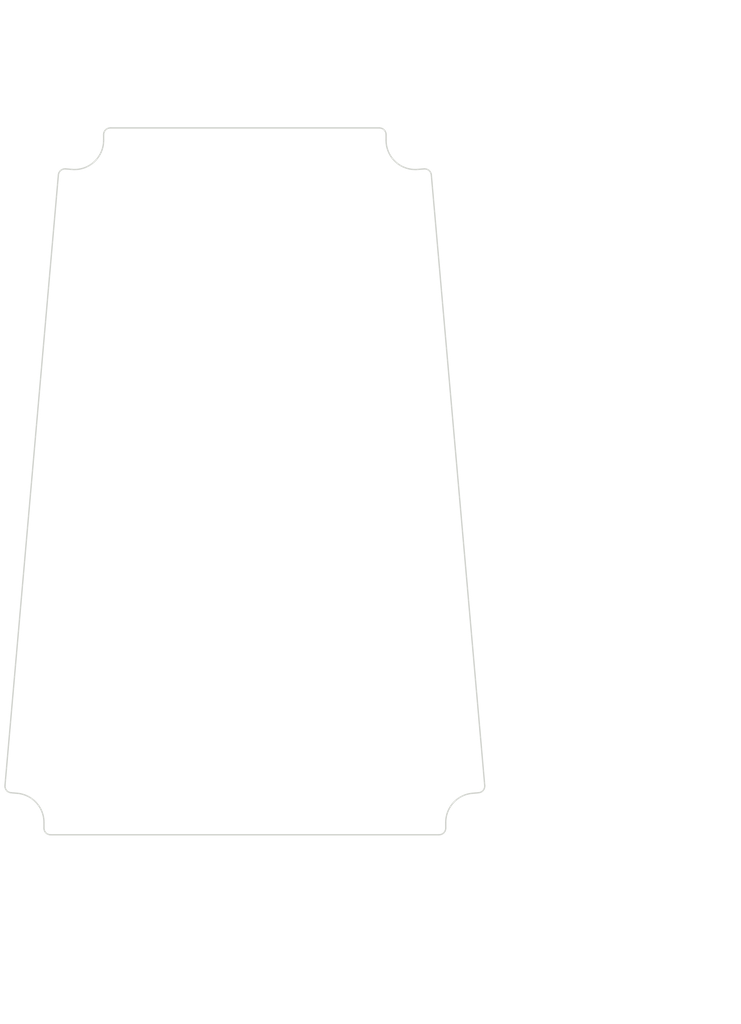
<source format=kicad_pcb>
(kicad_pcb (version 20171130) (host pcbnew "(5.1.0)-1")

  (general
    (thickness 1.6)
    (drawings 67)
    (tracks 0)
    (zones 0)
    (modules 0)
    (nets 1)
  )

  (page A4)
  (layers
    (0 F.Cu signal)
    (31 B.Cu signal)
    (32 B.Adhes user)
    (33 F.Adhes user)
    (34 B.Paste user)
    (35 F.Paste user)
    (36 B.SilkS user)
    (37 F.SilkS user)
    (38 B.Mask user)
    (39 F.Mask user)
    (40 Dwgs.User user)
    (41 Cmts.User user)
    (42 Eco1.User user)
    (43 Eco2.User user)
    (44 Edge.Cuts user)
    (45 Margin user)
    (46 B.CrtYd user)
    (47 F.CrtYd user)
    (48 B.Fab user)
    (49 F.Fab user)
  )

  (setup
    (last_trace_width 0.25)
    (trace_clearance 0.2)
    (zone_clearance 0.508)
    (zone_45_only no)
    (trace_min 0.2)
    (via_size 0.8)
    (via_drill 0.4)
    (via_min_size 0.4)
    (via_min_drill 0.3)
    (uvia_size 0.3)
    (uvia_drill 0.1)
    (uvias_allowed no)
    (uvia_min_size 0.2)
    (uvia_min_drill 0.1)
    (edge_width 0.05)
    (segment_width 0.2)
    (pcb_text_width 0.3)
    (pcb_text_size 1.5 1.5)
    (mod_edge_width 0.12)
    (mod_text_size 1 1)
    (mod_text_width 0.15)
    (pad_size 1.524 1.524)
    (pad_drill 0.762)
    (pad_to_mask_clearance 0.051)
    (solder_mask_min_width 0.25)
    (aux_axis_origin 0 0)
    (visible_elements FFFFFF7F)
    (pcbplotparams
      (layerselection 0x010fc_ffffffff)
      (usegerberextensions false)
      (usegerberattributes false)
      (usegerberadvancedattributes false)
      (creategerberjobfile false)
      (excludeedgelayer true)
      (linewidth 0.152400)
      (plotframeref false)
      (viasonmask false)
      (mode 1)
      (useauxorigin false)
      (hpglpennumber 1)
      (hpglpenspeed 20)
      (hpglpendiameter 15.000000)
      (psnegative false)
      (psa4output false)
      (plotreference true)
      (plotvalue true)
      (plotinvisibletext false)
      (padsonsilk false)
      (subtractmaskfromsilk false)
      (outputformat 1)
      (mirror false)
      (drillshape 1)
      (scaleselection 1)
      (outputdirectory ""))
  )

  (net 0 "")

  (net_class Default "This is the default net class."
    (clearance 0.2)
    (trace_width 0.25)
    (via_dia 0.8)
    (via_drill 0.4)
    (uvia_dia 0.3)
    (uvia_drill 0.1)
  )

  (gr_line (start 81.646138 46.705548) (end 81.646138 47.548411) (layer Edge.Cuts) (width 0.2))
  (gr_arc (start 77.289687 47.548411) (end 76.909997 51.888285) (angle -95) (layer Edge.Cuts) (width 0.2))
  (gr_line (start 76.909997 51.888285) (end 75.985909 51.807437) (layer Edge.Cuts) (width 0.2))
  (gr_line (start 67.856432 144.727791) (end 68.779376 144.808538) (layer Edge.Cuts) (width 0.2))
  (gr_arc (start 68.399687 149.148411) (end 72.756138 149.148411) (angle -85) (layer Edge.Cuts) (width 0.2))
  (gr_line (start 72.756138 149.148411) (end 72.756138 149.991275) (layer Edge.Cuts) (width 0.2))
  (gr_line (start 132.623235 149.991275) (end 132.623235 149.148411) (layer Edge.Cuts) (width 0.2))
  (gr_arc (start 136.979687 149.148411) (end 136.599997 144.808538) (angle -85) (layer Edge.Cuts) (width 0.2))
  (gr_line (start 136.599997 144.808538) (end 137.522941 144.727791) (layer Edge.Cuts) (width 0.2))
  (gr_line (start 129.393464 51.807437) (end 128.469376 51.888285) (layer Edge.Cuts) (width 0.2))
  (gr_arc (start 128.089687 47.548411) (end 123.733235 47.548411) (angle -95) (layer Edge.Cuts) (width 0.2))
  (gr_line (start 123.733235 47.548411) (end 123.733235 46.705548) (layer Edge.Cuts) (width 0.2))
  (gr_line (start 138.43198 143.64444) (end 130.476814 52.716476) (layer Edge.Cuts) (width 0.2))
  (gr_line (start 122.733235 45.705548) (end 82.646138 45.705548) (layer Edge.Cuts) (width 0.2))
  (gr_line (start 74.902559 52.716476) (end 66.947393 143.64444) (layer Edge.Cuts) (width 0.2))
  (gr_line (start 73.756138 150.991275) (end 131.623235 150.991275) (layer Edge.Cuts) (width 0.2))
  (gr_arc (start 131.623235 149.991275) (end 131.623235 150.991275) (angle -90) (layer Edge.Cuts) (width 0.2))
  (gr_arc (start 137.435786 143.731596) (end 137.522941 144.727791) (angle -90) (layer Edge.Cuts) (width 0.2))
  (gr_arc (start 129.48062 52.803632) (end 130.476814 52.716476) (angle -90) (layer Edge.Cuts) (width 0.2))
  (gr_arc (start 122.733235 46.705548) (end 123.733235 46.705548) (angle -90) (layer Edge.Cuts) (width 0.2))
  (gr_arc (start 82.646138 46.705548) (end 82.646138 45.705548) (angle -90) (layer Edge.Cuts) (width 0.2))
  (gr_arc (start 75.898753 52.803632) (end 75.985909 51.807437) (angle -90) (layer Edge.Cuts) (width 0.2))
  (gr_arc (start 67.943587 143.731596) (end 66.947393 143.64444) (angle -90) (layer Edge.Cuts) (width 0.2))
  (gr_arc (start 73.756138 149.991275) (end 72.756138 149.991275) (angle -90) (layer Edge.Cuts) (width 0.2))
  (gr_line (start 70.83782 99.176653) (end 66.304628 150.991275) (layer Dwgs.User) (width 0.2))
  (gr_text [R0.04] (at 149.500462 159.44621) (layer Dwgs.User)
    (effects (font (size 1.7 1.53) (thickness 0.2125)))
  )
  (gr_text " R1.00" (at 149.500462 155.888774) (layer Dwgs.User)
    (effects (font (size 1.7 1.53) (thickness 0.2125)))
  )
  (gr_line (start 143.029691 157.556749) (end 134.123307 151.649479) (layer Dwgs.User) (width 0.2))
  (gr_line (start 145.029691 157.556749) (end 143.029691 157.556749) (layer Dwgs.User) (width 0.2))
  (gr_text 85.0\U+00B0 (at 79.046703 136.854125) (layer Dwgs.User)
    (effects (font (size 1.7 1.53) (thickness 0.2125)))
  )
  (gr_arc (start 66.304628 150.991275) (end 76.907342 135.186151) (angle -22.83155348) (layer Dwgs.User) (width 0.2))
  (gr_arc (start 66.304628 150.991275) (end 85.231606 148.994037) (angle -34.90854598) (layer Dwgs.User) (width 0.2))
  (gr_line (start 70.83782 99.176653) (end 67.686662 135.194551) (layer Dwgs.User) (width 0.2))
  (gr_text [R0.17] (at 124.580199 145.148849) (layer Dwgs.User)
    (effects (font (size 1.7 1.53) (thickness 0.2125)))
  )
  (gr_text " R4.36" (at 124.580199 141.590834) (layer Dwgs.User)
    (effects (font (size 1.7 1.53) (thickness 0.2125)))
  )
  (gr_line (start 131.05097 143.259388) (end 132.469926 144.668844) (layer Dwgs.User) (width 0.2))
  (gr_line (start 129.05097 143.259388) (end 131.05097 143.259388) (layer Dwgs.User) (width 0.2))
  (gr_text [2.18] (at 106.955473 31.816764) (layer Dwgs.User)
    (effects (font (size 1.7 1.53) (thickness 0.2125)))
  )
  (gr_text " 55.40" (at 106.955473 28.259329) (layer Dwgs.User)
    (effects (font (size 1.7 1.53) (thickness 0.2125)))
  )
  (gr_line (start 76.989714 29.927303) (end 102.910862 29.927303) (layer Dwgs.User) (width 0.2))
  (gr_line (start 128.389659 29.927303) (end 111.000084 29.927303) (layer Dwgs.User) (width 0.2))
  (gr_line (start 74.989714 50.720282) (end 74.989714 26.752303) (layer Dwgs.User) (width 0.2))
  (gr_line (start 130.389659 50.720282) (end 130.389659 26.752303) (layer Dwgs.User) (width 0.2))
  (gr_text [2.82] (at 95.703857 177.799272) (layer Dwgs.User)
    (effects (font (size 1.7 1.53) (thickness 0.2125)))
  )
  (gr_text " 71.66" (at 95.703857 174.241837) (layer Dwgs.User)
    (effects (font (size 1.7 1.53) (thickness 0.2125)))
  )
  (gr_line (start 136.519136 175.909811) (end 99.750788 175.909811) (layer Dwgs.User) (width 0.2))
  (gr_line (start 68.860237 175.909811) (end 91.656927 175.909811) (layer Dwgs.User) (width 0.2))
  (gr_line (start 138.519136 145.640635) (end 138.519136 179.084811) (layer Dwgs.User) (width 0.2))
  (gr_line (start 66.860237 145.640635) (end 66.860237 179.084811) (layer Dwgs.User) (width 0.2))
  (gr_text [4.15] (at 171.868642 131.927298) (layer Dwgs.User)
    (effects (font (size 1.7 1.53) (thickness 0.2125)))
  )
  (gr_text " 105.29" (at 171.868642 128.369863) (layer Dwgs.User)
    (effects (font (size 1.7 1.53) (thickness 0.2125)))
  )
  (gr_line (start 171.868642 47.705548) (end 171.868642 126.480402) (layer Dwgs.User) (width 0.2))
  (gr_line (start 171.868642 148.991275) (end 171.868642 133.595272) (layer Dwgs.User) (width 0.2))
  (gr_line (start 124.733235 45.705548) (end 175.043642 45.705548) (layer Dwgs.User) (width 0.2))
  (gr_line (start 133.623235 150.991275) (end 175.043642 150.991275) (layer Dwgs.User) (width 0.2))
  (gr_text [1.66] (at 115.033556 39.029339) (layer Dwgs.User)
    (effects (font (size 1.7 1.53) (thickness 0.2125)))
  )
  (gr_text " 42.09" (at 115.033556 35.471903) (layer Dwgs.User)
    (effects (font (size 1.7 1.53) (thickness 0.2125)))
  )
  (gr_line (start 121.733235 37.139877) (end 119.082806 37.139877) (layer Dwgs.User) (width 0.2))
  (gr_line (start 83.646138 37.139877) (end 110.984307 37.139877) (layer Dwgs.User) (width 0.2))
  (gr_line (start 123.733235 44.705548) (end 123.733235 33.964877) (layer Dwgs.User) (width 0.2))
  (gr_line (start 81.646138 44.705548) (end 81.646138 33.964877) (layer Dwgs.User) (width 0.2))
  (gr_text [2.36] (at 110.706012 159.912087) (layer Dwgs.User)
    (effects (font (size 1.7 1.53) (thickness 0.2125)))
  )
  (gr_text " 59.87" (at 110.706012 156.354652) (layer Dwgs.User)
    (effects (font (size 1.7 1.53) (thickness 0.2125)))
  )
  (gr_line (start 74.756138 158.022626) (end 106.658501 158.022626) (layer Dwgs.User) (width 0.2))
  (gr_line (start 130.623235 158.022626) (end 114.753522 158.022626) (layer Dwgs.User) (width 0.2))
  (gr_line (start 72.756138 151.991275) (end 72.756138 161.197626) (layer Dwgs.User) (width 0.2))
  (gr_line (start 132.623235 151.991275) (end 132.623235 161.197626) (layer Dwgs.User) (width 0.2))

)

</source>
